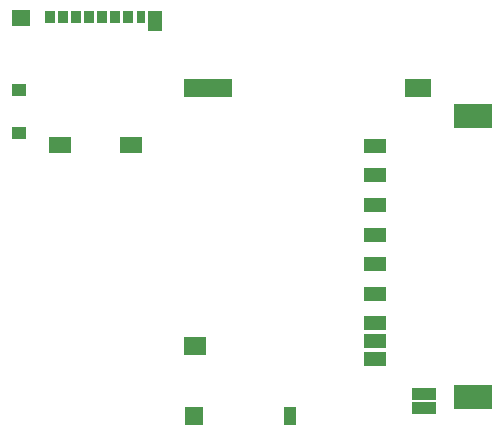
<source format=gtp>
%TF.GenerationSoftware,KiCad,Pcbnew,(5.1.9-0-10_14)*%
%TF.CreationDate,2022-05-15T13:48:24+02:00*%
%TF.ProjectId,xtsd,78747364-2e6b-4696-9361-645f70636258,rev?*%
%TF.SameCoordinates,Original*%
%TF.FileFunction,Paste,Top*%
%TF.FilePolarity,Positive*%
%FSLAX46Y46*%
G04 Gerber Fmt 4.6, Leading zero omitted, Abs format (unit mm)*
G04 Created by KiCad (PCBNEW (5.1.9-0-10_14)) date 2022-05-15 13:48:24*
%MOMM*%
%LPD*%
G01*
G04 APERTURE LIST*
%ADD10R,1.950000X1.200000*%
%ADD11R,3.200000X2.100000*%
%ADD12R,2.000000X1.000000*%
%ADD13R,2.200000X1.550000*%
%ADD14R,4.170000X1.550000*%
%ADD15R,1.650000X1.500000*%
%ADD16R,1.100000X1.500000*%
%ADD17R,1.870000X1.600000*%
%ADD18R,0.850000X1.100000*%
%ADD19R,0.750000X1.100000*%
%ADD20R,1.170000X1.800000*%
%ADD21R,1.550000X1.350000*%
%ADD22R,1.200000X1.000000*%
%ADD23R,1.900000X1.350000*%
G04 APERTURE END LIST*
D10*
X172995000Y-96875000D03*
X172995000Y-99375000D03*
X172995000Y-101875000D03*
X172995000Y-104375000D03*
X172995000Y-106875000D03*
X172995000Y-109375000D03*
X172995000Y-110875000D03*
X172995000Y-112375000D03*
X172995000Y-94375000D03*
D11*
X181300000Y-115650000D03*
X181300000Y-91850000D03*
D12*
X177160000Y-115370000D03*
X177160000Y-116570000D03*
D13*
X176620000Y-89445000D03*
D14*
X158885000Y-89445000D03*
D15*
X157625000Y-117220000D03*
D16*
X165790000Y-117220000D03*
D17*
X157735000Y-111350000D03*
D18*
X145485000Y-83450000D03*
D19*
X153135000Y-83450000D03*
D18*
X146585000Y-83450000D03*
X147685000Y-83450000D03*
X148785000Y-83450000D03*
X149885000Y-83450000D03*
X150985000Y-83450000D03*
X152085000Y-83450000D03*
D20*
X154345000Y-83800000D03*
D21*
X143025000Y-83575000D03*
D22*
X142850000Y-93300000D03*
X142850000Y-89600000D03*
D23*
X146350000Y-94275000D03*
X152320000Y-94275000D03*
M02*

</source>
